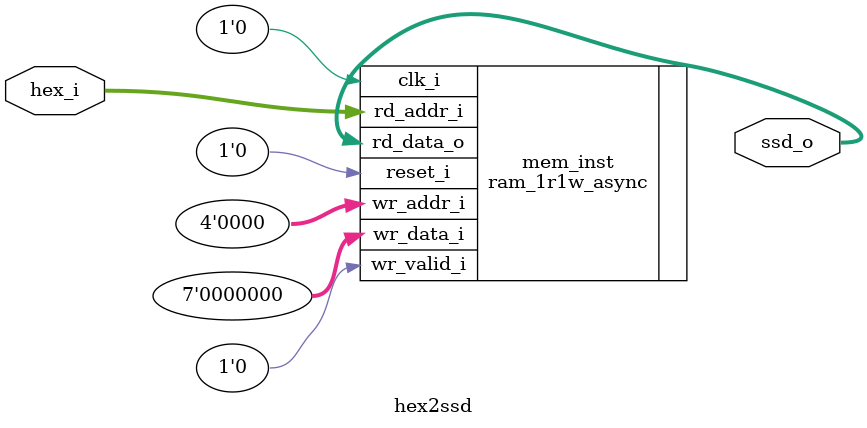
<source format=sv>
module hex2ssd
  (input [3:0] hex_i
  ,output [6:0] ssd_o
  );

  ram_1r1w_async
   #(7,16,"hex2ssd.hex")
  mem_inst
   (.clk_i(1'b0)
   ,.reset_i(1'b0)
   ,.wr_valid_i(1'b0)
   ,.wr_data_i(7'b0)
   ,.wr_addr_i(4'b0)
   ,.rd_addr_i(hex_i)
   ,.rd_data_o(ssd_o)
   );


endmodule

</source>
